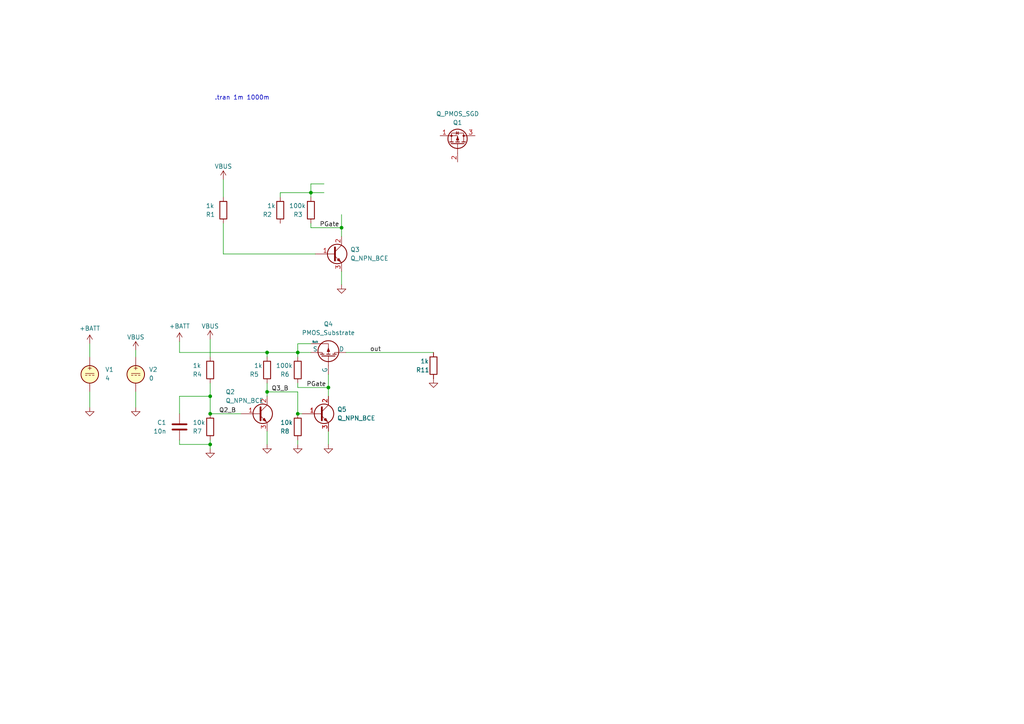
<source format=kicad_sch>
(kicad_sch (version 20230121) (generator eeschema)
  (paper "A4")
  (lib_symbols
    (symbol "Device:C" (pin_numbers hide) (pin_names (offset 0.254))
      (property "Reference" "C" (at 0.635 2.54 0))
      (property "Value" "C" (at 0.635 -2.54 0))
      (symbol "C_0_1"
        (polyline (pts (xy -2.032 -0.762) (xy 2.032 -0.762)) (stroke (width 0.508)))
        (polyline (pts (xy -2.032 0.762) (xy 2.032 0.762)) (stroke (width 0.508)))
      )
      (symbol "C_1_1"
        (pin passive line (at 0 3.81 270) (length 2.794) (name "~") (number "1"))
        (pin passive line (at 0 -3.81 90) (length 2.794) (name "~") (number "2"))
      )
    )
    (symbol "Device:Q_NPN_BCE" (pin_names (offset 0) hide)
      (property "Reference" "Q" (at 5.08 1.27 0))
      (property "Value" "Q_NPN_BCE" (at 5.08 -1.27 0))
      (symbol "Q_NPN_BCE_0_1"
        (polyline (pts (xy 0.635 0.635) (xy 2.54 2.54)))
        (polyline (pts (xy 0.635 -0.635) (xy 2.54 -2.54) (xy 2.54 -2.54)))
        (polyline (pts (xy 0.635 1.905) (xy 0.635 -1.905) (xy 0.635 -1.905)) (stroke (width 0.508)))
        (polyline (pts (xy 1.27 -1.778) (xy 1.778 -1.27) (xy 2.286 -2.286) (xy 1.27 -1.778) (xy 1.27 -1.778)) (fill (type outline)))
        (circle (center 1.27 0) (radius 2.8194) (stroke (width 0.254)))
      )
      (symbol "Q_NPN_BCE_1_1"
        (pin input line (at -5.08 0 0) (length 5.715) (name "B") (number "1"))
        (pin passive line (at 2.54 5.08 270) (length 2.54) (name "C") (number "2"))
        (pin passive line (at 2.54 -5.08 90) (length 2.54) (name "E") (number "3"))
      )
    )
    (symbol "Device:Q_PMOS_SGD" (pin_names (offset 0) hide)
      (property "Reference" "Q" (at 5.08 1.27 0))
      (property "Value" "Q_PMOS_SGD" (at 5.08 -1.27 0))
      (symbol "Q_PMOS_SGD_0_1"
        (polyline (pts (xy 0.254 0) (xy -2.54 0)))
        (polyline (pts (xy 0.254 1.905) (xy 0.254 -1.905)) (stroke (width 0.254)))
        (polyline (pts (xy 0.762 -1.27) (xy 0.762 -2.286)) (stroke (width 0.254)))
        (polyline (pts (xy 0.762 0.508) (xy 0.762 -0.508)) (stroke (width 0.254)))
        (polyline (pts (xy 0.762 2.286) (xy 0.762 1.27)) (stroke (width 0.254)))
        (polyline (pts (xy 2.54 2.54) (xy 2.54 1.778)))
        (polyline (pts (xy 2.54 -2.54) (xy 2.54 0) (xy 0.762 0)))
        (polyline (pts (xy 0.762 1.778) (xy 3.302 1.778) (xy 3.302 -1.778) (xy 0.762 -1.778)))
        (polyline (pts (xy 2.286 0) (xy 1.27 0.381) (xy 1.27 -0.381) (xy 2.286 0)) (fill (type outline)))
        (polyline (pts (xy 2.794 -0.508) (xy 2.921 -0.381) (xy 3.683 -0.381) (xy 3.81 -0.254)))
        (polyline (pts (xy 3.302 -0.381) (xy 2.921 0.254) (xy 3.683 0.254) (xy 3.302 -0.381)))
        (circle (center 1.651 0) (radius 2.794) (stroke (width 0.254)))
        (circle (center 2.54 -1.778) (radius 0.254) (fill (type outline)))
        (circle (center 2.54 1.778) (radius 0.254) (fill (type outline)))
      )
      (symbol "Q_PMOS_SGD_1_1"
        (pin passive line (at 2.54 -5.08 90) (length 2.54) (name "S") (number "1"))
        (pin input line (at -5.08 0 0) (length 2.54) (name "G") (number "2"))
        (pin passive line (at 2.54 5.08 270) (length 2.54) (name "D") (number "3"))
      )
    )
    (symbol "Device:R" (pin_numbers hide) (pin_names (offset 0))
      (property "Reference" "R" (at 2.032 0 90))
      (property "Value" "R" (at 0 0 90))
      (symbol "R_0_1"
        (rectangle (start -1.016 -2.54) (end 1.016 2.54) (stroke (width 0.254)))
      )
      (symbol "R_1_1"
        (pin passive line (at 0 3.81 270) (length 1.27) (name "~") (number "1"))
        (pin passive line (at 0 -3.81 90) (length 1.27) (name "~") (number "2"))
      )
    )
    (symbol "Simulation_SPICE:PMOS_Substrate" (pin_numbers hide) (pin_names (offset 0))
      (property "Reference" "Q" (at 6.35 1.27 0))
      (property "Value" "PMOS_Substrate" (at 6.35 -1.27 0))
      (symbol "PMOS_Substrate_0_1"
        (polyline (pts (xy 1.524 0) (xy -1.27 0)))
        (polyline (pts (xy 1.524 1.905) (xy 1.524 -1.905)) (stroke (width 0.254)))
        (polyline (pts (xy 2.032 -1.27) (xy 2.032 -2.286)) (stroke (width 0.254)))
        (polyline (pts (xy 2.032 0.508) (xy 2.032 -0.508)) (stroke (width 0.254)))
        (polyline (pts (xy 2.032 2.286) (xy 2.032 1.27)) (stroke (width 0.254)))
        (polyline (pts (xy 2.032 1.778) (xy 2.54 1.778) (xy 2.54 2.54)))
        (polyline (pts (xy 2.54 -2.54) (xy 2.54 -1.778) (xy 2.032 -1.778)))
        (polyline (pts (xy 5.08 -2.54) (xy 5.08 0) (xy 2.032 0)))
        (polyline (pts (xy 3.81 0) (xy 2.794 0.381) (xy 2.794 -0.381) (xy 3.81 0)) (fill (type outline)))
        (circle (center 2.921 0) (radius 3.0294) (stroke (width 0.254)))
      )
      (symbol "PMOS_Substrate_1_1"
        (pin passive line (at 2.54 5.08 270) (length 2.54) (name "D") (number "1"))
        (pin input line (at -3.81 0 0) (length 2.54) (name "G") (number "2"))
        (pin passive line (at 2.54 -5.08 90) (length 2.54) (name "S") (number "3"))
        (pin input line (at 5.08 -5.08 90) (length 2.54) (name "Bulk") (number "4"))
      )
    )
    (symbol "Simulation_SPICE:VDC" (pin_numbers hide) (pin_names (offset 0.0254))
      (property "Reference" "V" (at 2.54 2.54 0))
      (property "Value" "1" (at 2.54 0 0))
      (symbol "VDC_0_0"
        (polyline (pts (xy -1.27 0.254) (xy 1.27 0.254)))
        (polyline (pts (xy -0.762 -0.254) (xy -1.27 -0.254)))
        (polyline (pts (xy 0.254 -0.254) (xy -0.254 -0.254)))
        (polyline (pts (xy 1.27 -0.254) (xy 0.762 -0.254)))
        (text "+" (at 0 1.905 0) (effects (font (size 1.27 1.27))))
      )
      (symbol "VDC_0_1"
        (circle (center 0 0) (radius 2.54) (stroke (width 0.254)) (fill (type background)))
      )
      (symbol "VDC_1_1"
        (pin passive line (at 0 5.08 270) (length 2.54) (name "~") (number "1"))
        (pin passive line (at 0 -5.08 90) (length 2.54) (name "~") (number "2"))
      )
    )
    (symbol "power:+BATT" (power) (pin_names (offset 0))
      (property "Value" "+BATT" (at 0 3.556 0))
      (symbol "+BATT_0_1"
        (polyline (pts (xy -0.762 1.27) (xy 0 2.54)))
        (polyline (pts (xy 0 0) (xy 0 2.54)))
        (polyline (pts (xy 0 2.54) (xy 0.762 1.27)))
      )
      (symbol "+BATT_1_1"
        (pin power_in line (at 0 0 90) (length 0) hide (name "+BATT") (number "1"))
      )
    )
    (symbol "power:GND" (power) (pin_names (offset 0))
      (property "Value" "GND" (at 0 -3.81 0))
      (symbol "GND_0_1"
        (polyline (pts (xy 0 0) (xy 0 -1.27) (xy 1.27 -1.27) (xy 0 -2.54) (xy -1.27 -1.27) (xy 0 -1.27)))
      )
      (symbol "GND_1_1"
        (pin power_in line (at 0 0 270) (length 0) hide (name "GND") (number "1"))
      )
    )
    (symbol "power:VBUS" (power) (pin_names (offset 0))
      (property "Value" "VBUS" (at 0 3.81 0))
      (symbol "VBUS_0_1"
        (polyline (pts (xy -0.762 1.27) (xy 0 2.54)))
        (polyline (pts (xy 0 0) (xy 0 2.54)))
        (polyline (pts (xy 0 2.54) (xy 0.762 1.27)))
      )
      (symbol "VBUS_1_1"
        (pin power_in line (at 0 0 90) (length 0) hide (name "VBUS") (number "1"))
      )
    )
  )
  (junction (at 60.96 114.935))
  (junction (at 90.17 55.88))
  (junction (at 77.47 113.665))
  (junction (at 60.96 120.015))
  (junction (at 95.25 112.395))
  (junction (at 86.36 102.235))
  (junction (at 99.06 66.04))
  (junction (at 77.47 102.235))
  (junction (at 60.96 128.905))
  (junction (at 86.36 120.015))
  (wire (pts (xy 60.96 127.635) (xy 60.96 128.905)))
  (wire (pts (xy 39.37 113.665) (xy 39.37 118.11)))
  (wire (pts (xy 95.25 108.585) (xy 95.25 112.395)))
  (wire (pts (xy 99.06 62.23) (xy 99.06 66.04)))
  (wire (pts (xy 86.36 113.665) (xy 86.36 120.015)))
  (wire (pts (xy 60.96 114.935) (xy 60.96 120.015)))
  (wire (pts (xy 60.96 98.425) (xy 60.96 103.505)))
  (wire (pts (xy 77.47 102.235) (xy 77.47 103.505)))
  (wire (pts (xy 90.17 99.695) (xy 86.36 99.695)))
  (wire (pts (xy 90.17 53.34) (xy 90.17 55.88)))
  (wire (pts (xy 60.96 128.905) (xy 60.96 130.175)))
  (wire (pts (xy 95.25 112.395) (xy 86.36 112.395)))
  (wire (pts (xy 77.47 113.665) (xy 86.36 113.665)))
  (wire (pts (xy 86.36 112.395) (xy 86.36 111.125)))
  (wire (pts (xy 90.17 55.88) (xy 90.17 57.15)))
  (wire (pts (xy 52.07 102.235) (xy 52.07 99.06)))
  (wire (pts (xy 86.36 103.505) (xy 86.36 102.235)))
  (wire (pts (xy 39.37 101.6) (xy 39.37 103.505)))
  (wire (pts (xy 86.36 127.635) (xy 86.36 128.905)))
  (wire (pts (xy 64.77 64.77) (xy 64.77 73.66)))
  (wire (pts (xy 100.33 102.235) (xy 125.73 102.235)))
  (wire (pts (xy 77.47 125.095) (xy 77.47 128.905)))
  (wire (pts (xy 26.035 99.695) (xy 26.035 103.505)))
  (wire (pts (xy 52.07 114.935) (xy 60.96 114.935)))
  (wire (pts (xy 26.035 113.665) (xy 26.035 118.11)))
  (wire (pts (xy 90.17 55.88) (xy 93.98 55.88)))
  (wire (pts (xy 99.06 78.74) (xy 99.06 82.55)))
  (wire (pts (xy 93.98 53.34) (xy 90.17 53.34)))
  (wire (pts (xy 52.07 128.905) (xy 60.96 128.905)))
  (wire (pts (xy 77.47 111.125) (xy 77.47 113.665)))
  (wire (pts (xy 52.07 127.635) (xy 52.07 128.905)))
  (wire (pts (xy 77.47 102.235) (xy 86.36 102.235)))
  (wire (pts (xy 90.17 66.04) (xy 99.06 66.04)))
  (wire (pts (xy 52.07 120.015) (xy 52.07 114.935)))
  (wire (pts (xy 60.96 120.015) (xy 69.85 120.015)))
  (wire (pts (xy 52.07 102.235) (xy 77.47 102.235)))
  (wire (pts (xy 95.25 125.095) (xy 95.25 128.905)))
  (wire (pts (xy 87.63 120.015) (xy 86.36 120.015)))
  (wire (pts (xy 60.96 111.125) (xy 60.96 114.935)))
  (wire (pts (xy 86.36 99.695) (xy 86.36 102.235)))
  (wire (pts (xy 95.25 112.395) (xy 95.25 114.935)))
  (wire (pts (xy 77.47 113.665) (xy 77.47 114.935)))
  (wire (pts (xy 81.28 55.88) (xy 81.28 57.15)))
  (wire (pts (xy 90.17 64.77) (xy 90.17 66.04)))
  (wire (pts (xy 64.77 73.66) (xy 91.44 73.66)))
  (wire (pts (xy 86.36 102.235) (xy 90.17 102.235)))
  (wire (pts (xy 64.77 52.07) (xy 64.77 57.15)))
  (wire (pts (xy 99.06 66.04) (xy 99.06 68.58)))
  (wire (pts (xy 81.28 55.88) (xy 90.17 55.88)))
  (text ".tran 1m 1000m" (at 62.23 29.21 0) (effects (font (size 1.27 1.27)) (justify left bottom)))
  (label "PGate" (at 92.71 66.04 0))
  (label "out" (at 107.315 102.235 0))
  (label "Q2_B" (at 63.5 120.015 0))
  (label "PGate" (at 88.9 112.395 0))
  (label "Q3_B" (at 78.74 113.665 0))
  (symbol (lib_id "Device:R") (at 86.36 123.825 0) (mirror x) (unit 1)
    (property "Reference" "R8" (at 81.28 125.095 0) (effects (justify left)))
    (property "Value" "10k" (at 81.28 122.555 0) (effects (justify left)))
    (property "Footprint" "Resistor_SMD:R_0402_1005Metric" (effects hide))
    (property "LCSC Part" "C25744" (effects hide))
  )
  (symbol (lib_id "power:GND") (at 77.47 128.905 0) (mirror y) (unit 1)
    (property "Reference" "#PWR08" (effects hide))
    (property "Value" "GND" (effects hide))
  )
  (symbol (lib_id "power:GND") (at 26.035 118.11 0) (mirror y) (unit 1)
    (property "Reference" "#PWR03" (effects hide))
    (property "Value" "GND" (effects hide))
  )
  (symbol (lib_id "Device:Q_PMOS_SGD") (at 132.715 41.91 270) (mirror x) (unit 1)
    (property "Reference" "Q1" (at 132.715 35.56 90))
    (property "Value" "Q_PMOS_SGD" (at 132.715 33.02 90))
    (property "Footprint" "Package_TO_SOT_SMD:TO-263-2" (effects hide))
    (property "LCSC Part" "C33903" (effects hide))
    (property "Sim.Library" "/home/mats/Downloads/sihf9540.lib" (effects hide))
    (property "Sim.Name" "irf9540n" (effects hide))
    (property "Sim.Device" "SUBCKT" (effects hide))
    (property "Sim.Pins" "1=1 2=2 3=3" (effects hide))
  )
  (symbol (lib_id "power:GND") (at 39.37 118.11 0) (mirror y) (unit 1)
    (property "Reference" "#PWR04" (effects hide))
    (property "Value" "GND" (effects hide))
  )
  (symbol (lib_id "Simulation_SPICE:PMOS_Substrate") (at 95.25 104.775 270) (mirror x) (unit 1)
    (property "Reference" "Q4" (at 95.25 93.98 90))
    (property "Value" "PMOS_Substrate" (at 95.25 96.52 90))
    (property "Datasheet" "https://ngspice.sourceforge.io/docs/ngspice-manual.pdf" (effects hide))
    (property "Sim.Device" "SUBCKT" (effects hide))
    (property "Sim.Pins" "1=1 2=2 3=3" (effects hide))
    (property "Sim.Library" "/home/mats/Downloads/sihf9540.lib" (effects hide))
    (property "Sim.Name" "irf9540n" (effects hide))
  )
  (symbol (lib_id "power:GND") (at 99.06 82.55 0) (mirror y) (unit 1)
    (property "Reference" "#PWR09" (effects hide))
    (property "Value" "GND" (effects hide))
  )
  (symbol (lib_id "Device:R") (at 125.73 106.045 0) (mirror x) (unit 1)
    (property "Reference" "R11" (at 120.65 107.315 0) (effects (justify left)))
    (property "Value" "1k" (at 121.92 104.775 0) (effects (justify left)))
    (property "Footprint" "Resistor_SMD:R_0402_1005Metric" (effects hide))
    (property "LCSC Part" "C105637" (effects hide))
  )
  (symbol (lib_id "power:GND") (at 95.25 128.905 0) (mirror y) (unit 1)
    (property "Reference" "#PWR011" (effects hide))
    (property "Value" "GND" (effects hide))
  )
  (symbol (lib_id "Device:R") (at 86.36 107.315 0) (mirror x) (unit 1)
    (property "Reference" "R6" (at 81.28 108.585 0) (effects (justify left)))
    (property "Value" "100k" (at 80.01 106.045 0) (effects (justify left)))
    (property "Footprint" "Resistor_SMD:R_0402_1005Metric" (effects hide))
    (property "LCSC Part" "C25741" (effects hide))
  )
  (symbol (lib_id "Device:R") (at 77.47 107.315 0) (mirror x) (unit 1)
    (property "Reference" "R5" (at 72.39 108.585 0) (effects (justify left)))
    (property "Value" "1k" (at 73.66 106.045 0) (effects (justify left)))
    (property "Footprint" "Resistor_SMD:R_0402_1005Metric" (effects hide))
    (property "LCSC Part" "C105637" (effects hide))
  )
  (symbol (lib_id "Device:C") (at 52.07 123.825 0) (mirror y) (unit 1)
    (property "Reference" "C1" (at 48.26 122.555 0) (effects (justify left)))
    (property "Value" "10n" (at 48.26 125.095 0) (effects (justify left)))
    (property "Footprint" "Capacitor_SMD:C_0402_1005Metric" (effects hide))
    (property "LCSC Part" "C15195" (effects hide))
  )
  (symbol (lib_id "power:+BATT") (at 52.07 99.06 0) (unit 1)
    (property "Reference" "#PWR06" (effects hide))
    (property "Value" "+BATT" (at 52.07 94.615 0))
  )
  (symbol (lib_id "Device:R") (at 60.96 107.315 0) (mirror x) (unit 1)
    (property "Reference" "R4" (at 55.88 108.585 0) (effects (justify left)))
    (property "Value" "1k" (at 55.88 106.045 0) (effects (justify left)))
    (property "Footprint" "Resistor_SMD:R_0402_1005Metric" (effects hide))
    (property "LCSC Part" "C105637" (effects hide))
  )
  (symbol (lib_id "Device:R") (at 81.28 60.96 0) (mirror x) (unit 1)
    (property "Reference" "R2" (at 76.2 62.23 0) (effects (justify left)))
    (property "Value" "1k" (at 77.47 59.69 0) (effects (justify left)))
    (property "Footprint" "Resistor_SMD:R_0402_1005Metric" (effects hide))
    (property "LCSC Part" "C105637" (effects hide))
  )
  (symbol (lib_id "Simulation_SPICE:VDC") (at 39.37 108.585 0) (unit 1)
    (property "Reference" "V2" (at 43.18 107.1852 0) (effects (justify left)))
    (property "Value" "0" (at 43.18 109.7252 0) (effects (justify left)))
    (property "Sim.Pins" "1=+ 2=-" (effects hide))
    (property "Sim.Type" "DC" (effects hide))
    (property "Sim.Device" "V" (effects hide))
  )
  (symbol (lib_id "power:GND") (at 86.36 128.905 0) (mirror y) (unit 1)
    (property "Reference" "#PWR010" (effects hide))
    (property "Value" "GND" (effects hide))
  )
  (symbol (lib_id "power:+BATT") (at 26.035 99.695 0) (unit 1)
    (property "Reference" "#PWR01" (effects hide))
    (property "Value" "+BATT" (at 26.035 95.25 0))
  )
  (symbol (lib_id "power:VBUS") (at 39.37 101.6 0) (mirror y) (unit 1)
    (property "Reference" "#PWR02" (effects hide))
    (property "Value" "VBUS" (at 39.37 97.79 0))
  )
  (symbol (lib_id "power:VBUS") (at 64.77 52.07 0) (mirror y) (unit 1)
    (property "Reference" "#PWR05" (effects hide))
    (property "Value" "VBUS" (at 64.77 48.26 0))
  )
  (symbol (lib_id "power:VBUS") (at 60.96 98.425 0) (mirror y) (unit 1)
    (property "Reference" "#PWR07" (effects hide))
    (property "Value" "VBUS" (at 60.96 94.615 0))
  )
  (symbol (lib_id "Device:Q_NPN_BCE") (at 96.52 73.66 0) (unit 1)
    (property "Reference" "Q3" (at 101.6 72.39 0) (effects (justify left)))
    (property "Value" "Q_NPN_BCE" (at 101.6 74.93 0) (effects (justify left)))
    (property "Footprint" "Package_TO_SOT_SMD:SOT-23" (effects hide))
    (property "LCSC Part" "C111113" (effects hide))
    (property "Sim.Device" "NPN" (effects hide))
    (property "Sim.Type" "VBIC" (effects hide))
    (property "Sim.Pins" "1=C 2=B 3=E" (effects hide))
  )
  (symbol (lib_id "power:GND") (at 60.96 130.175 0) (mirror y) (unit 1)
    (property "Reference" "#PWR012" (effects hide))
    (property "Value" "GND" (effects hide))
  )
  (symbol (lib_id "Simulation_SPICE:VDC") (at 26.035 108.585 0) (unit 1)
    (property "Reference" "V1" (at 30.48 107.1852 0) (effects (justify left)))
    (property "Value" "4" (at 30.48 109.7252 0) (effects (justify left)))
    (property "Sim.Pins" "1=+ 2=-" (effects hide))
    (property "Sim.Type" "DC" (effects hide))
    (property "Sim.Device" "V" (effects hide))
  )
  (symbol (lib_id "Device:R") (at 64.77 60.96 0) (mirror x) (unit 1)
    (property "Reference" "R1" (at 59.69 62.23 0) (effects (justify left)))
    (property "Value" "1k" (at 59.69 59.69 0) (effects (justify left)))
    (property "Footprint" "Resistor_SMD:R_0402_1005Metric" (effects hide))
    (property "LCSC Part" "C105637" (effects hide))
  )
  (symbol (lib_id "Device:Q_NPN_BCE") (at 92.71 120.015 0) (unit 1)
    (property "Reference" "Q5" (at 97.79 118.745 0) (effects (justify left)))
    (property "Value" "Q_NPN_BCE" (at 97.79 121.285 0) (effects (justify left)))
    (property "Footprint" "Package_TO_SOT_SMD:SOT-23" (effects hide))
    (property "LCSC Part" "C111113" (effects hide))
    (property "Sim.Device" "NPN" (effects hide))
    (property "Sim.Type" "VBIC" (effects hide))
    (property "Sim.Pins" "1=C 2=B 3=E" (effects hide))
  )
  (symbol (lib_id "power:GND") (at 125.73 109.855 0) (mirror y) (unit 1)
    (property "Reference" "#PWR017" (effects hide))
    (property "Value" "GND" (effects hide))
  )
  (symbol (lib_id "Device:R") (at 60.96 123.825 0) (mirror x) (unit 1)
    (property "Reference" "R7" (at 55.88 125.095 0) (effects (justify left)))
    (property "Value" "10k" (at 55.88 122.555 0) (effects (justify left)))
    (property "Footprint" "Resistor_SMD:R_0402_1005Metric" (effects hide))
    (property "LCSC Part" "C25744" (effects hide))
  )
  (symbol (lib_id "Device:R") (at 90.17 60.96 0) (mirror x) (unit 1)
    (property "Reference" "R3" (at 85.09 62.23 0) (effects (justify left)))
    (property "Value" "100k" (at 83.82 59.69 0) (effects (justify left)))
    (property "Footprint" "Resistor_SMD:R_0402_1005Metric" (effects hide))
    (property "LCSC Part" "C25741" (effects hide))
  )
  (symbol (lib_id "Device:Q_NPN_BCE") (at 74.93 120.015 0) (unit 1)
    (property "Reference" "Q2" (at 65.405 113.665 0) (effects (justify left)))
    (property "Value" "Q_NPN_BCE" (at 65.405 116.205 0) (effects (justify left)))
    (property "Footprint" "Package_TO_SOT_SMD:SOT-23" (effects hide))
    (property "LCSC Part" "C111113" (effects hide))
    (property "Sim.Device" "NPN" (effects hide))
    (property "Sim.Type" "VBIC" (effects hide))
    (property "Sim.Pins" "1=C 2=B 3=E" (effects hide))
  )
)
</source>
